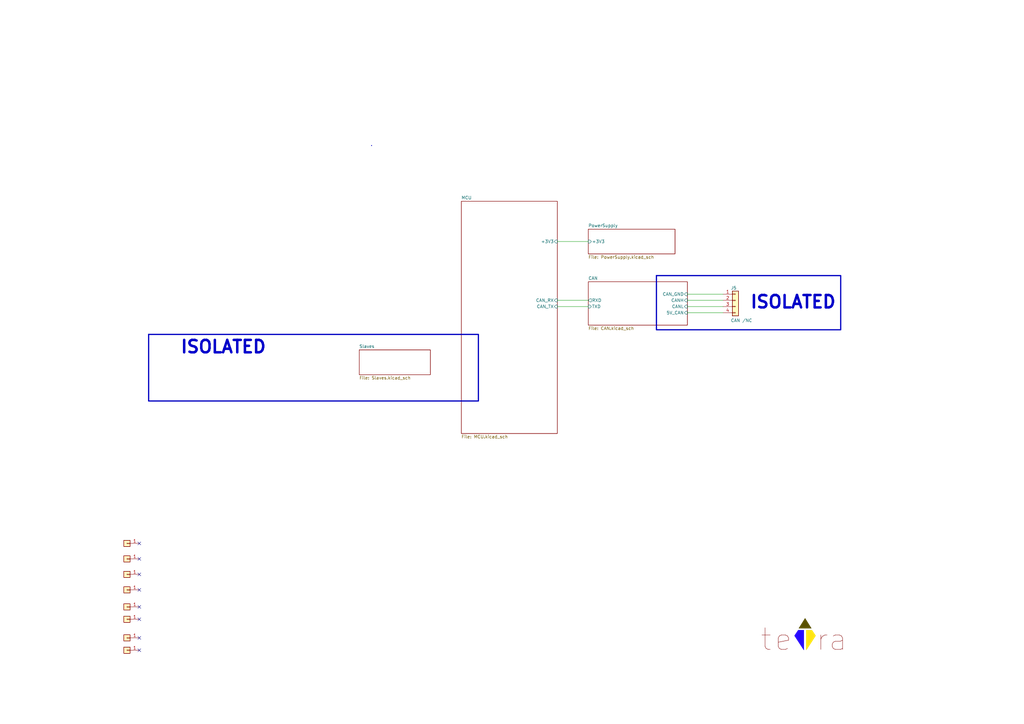
<source format=kicad_sch>
(kicad_sch
	(version 20231120)
	(generator "eeschema")
	(generator_version "8.0")
	(uuid "6a86ff6f-b159-4c4c-8a40-e732cc82e010")
	(paper "A3")
	(title_block
		(title "BMS-Master")
		(date "2024-07-23")
		(rev "V2")
		(company "teTra")
	)
	(lib_symbols
		(symbol "Library:Conn_01x01"
			(pin_names
				(offset 1.016) hide)
			(exclude_from_sim no)
			(in_bom yes)
			(on_board yes)
			(property "Reference" "J"
				(at 0 2.54 0)
				(effects
					(font
						(size 1.27 1.27)
					)
				)
			)
			(property "Value" "Conn_01x01"
				(at 0 -2.54 0)
				(effects
					(font
						(size 1.27 1.27)
					)
				)
			)
			(property "Footprint" ""
				(at 0 0 0)
				(effects
					(font
						(size 1.27 1.27)
					)
					(hide yes)
				)
			)
			(property "Datasheet" "~"
				(at 0 0 0)
				(effects
					(font
						(size 1.27 1.27)
					)
					(hide yes)
				)
			)
			(property "Description" "Generic connector, single row, 01x01, script generated (kicad-library-utils/schlib/autogen/connector/)"
				(at 0 0 0)
				(effects
					(font
						(size 1.27 1.27)
					)
					(hide yes)
				)
			)
			(property "ki_keywords" "connector"
				(at 0 0 0)
				(effects
					(font
						(size 1.27 1.27)
					)
					(hide yes)
				)
			)
			(property "ki_fp_filters" "Connector*:*_1x??_*"
				(at 0 0 0)
				(effects
					(font
						(size 1.27 1.27)
					)
					(hide yes)
				)
			)
			(symbol "Conn_01x01_1_1"
				(rectangle
					(start -1.27 0.127)
					(end 0 -0.127)
					(stroke
						(width 0.1524)
						(type default)
					)
					(fill
						(type none)
					)
				)
				(rectangle
					(start -1.27 1.27)
					(end 1.27 -1.27)
					(stroke
						(width 0.254)
						(type default)
					)
					(fill
						(type background)
					)
				)
				(pin passive line
					(at -5.08 0 0)
					(length 3.81)
					(name "Pin_1"
						(effects
							(font
								(size 1.27 1.27)
							)
						)
					)
					(number "1"
						(effects
							(font
								(size 1.27 1.27)
							)
						)
					)
				)
			)
		)
		(symbol "Library:Conn_01x04"
			(pin_names
				(offset 1.016) hide)
			(exclude_from_sim no)
			(in_bom yes)
			(on_board yes)
			(property "Reference" "J"
				(at 0 5.08 0)
				(effects
					(font
						(size 1.27 1.27)
					)
				)
			)
			(property "Value" "Conn_01x04"
				(at 0 -7.62 0)
				(effects
					(font
						(size 1.27 1.27)
					)
				)
			)
			(property "Footprint" "Connector_PinHeader_2.54mm:PinHeader_1x04_P2.54mm_Vertical"
				(at 0 0 0)
				(effects
					(font
						(size 1.27 1.27)
					)
					(hide yes)
				)
			)
			(property "Datasheet" "~"
				(at 0 0 0)
				(effects
					(font
						(size 1.27 1.27)
					)
					(hide yes)
				)
			)
			(property "Description" "Generic connector, single row, 01x04, script generated (kicad-library-utils/schlib/autogen/connector/)"
				(at 0 0 0)
				(effects
					(font
						(size 1.27 1.27)
					)
					(hide yes)
				)
			)
			(property "ki_keywords" "connector"
				(at 0 0 0)
				(effects
					(font
						(size 1.27 1.27)
					)
					(hide yes)
				)
			)
			(property "ki_fp_filters" "Connector*:*_1x??_*"
				(at 0 0 0)
				(effects
					(font
						(size 1.27 1.27)
					)
					(hide yes)
				)
			)
			(symbol "Conn_01x04_1_1"
				(rectangle
					(start -1.27 -4.953)
					(end 0 -5.207)
					(stroke
						(width 0.1524)
						(type default)
					)
					(fill
						(type none)
					)
				)
				(rectangle
					(start -1.27 -2.413)
					(end 0 -2.667)
					(stroke
						(width 0.1524)
						(type default)
					)
					(fill
						(type none)
					)
				)
				(rectangle
					(start -1.27 0.127)
					(end 0 -0.127)
					(stroke
						(width 0.1524)
						(type default)
					)
					(fill
						(type none)
					)
				)
				(rectangle
					(start -1.27 2.667)
					(end 0 2.413)
					(stroke
						(width 0.1524)
						(type default)
					)
					(fill
						(type none)
					)
				)
				(rectangle
					(start -1.27 3.81)
					(end 1.27 -6.35)
					(stroke
						(width 0.254)
						(type default)
					)
					(fill
						(type background)
					)
				)
				(pin passive line
					(at -5.08 2.54 0)
					(length 3.81)
					(name "Pin_1"
						(effects
							(font
								(size 1.27 1.27)
							)
						)
					)
					(number "1"
						(effects
							(font
								(size 1.27 1.27)
							)
						)
					)
				)
				(pin passive line
					(at -5.08 0 0)
					(length 3.81)
					(name "Pin_2"
						(effects
							(font
								(size 1.27 1.27)
							)
						)
					)
					(number "2"
						(effects
							(font
								(size 1.27 1.27)
							)
						)
					)
				)
				(pin passive line
					(at -5.08 -2.54 0)
					(length 3.81)
					(name "Pin_3"
						(effects
							(font
								(size 1.27 1.27)
							)
						)
					)
					(number "3"
						(effects
							(font
								(size 1.27 1.27)
							)
						)
					)
				)
				(pin passive line
					(at -5.08 -5.08 0)
					(length 3.81)
					(name "Pin_4"
						(effects
							(font
								(size 1.27 1.27)
							)
						)
					)
					(number "4"
						(effects
							(font
								(size 1.27 1.27)
							)
						)
					)
				)
			)
		)
		(symbol "Library:Logo_Tetra"
			(exclude_from_sim no)
			(in_bom yes)
			(on_board yes)
			(property "Reference" "U"
				(at -0.762 0 0)
				(effects
					(font
						(size 1.27 1.27)
					)
				)
			)
			(property "Value" ""
				(at -0.762 0 0)
				(effects
					(font
						(size 1.27 1.27)
					)
				)
			)
			(property "Footprint" ""
				(at -0.762 0 0)
				(effects
					(font
						(size 1.27 1.27)
					)
					(hide yes)
				)
			)
			(property "Datasheet" ""
				(at -0.762 0 0)
				(effects
					(font
						(size 1.27 1.27)
					)
					(hide yes)
				)
			)
			(property "Description" ""
				(at -0.762 0 0)
				(effects
					(font
						(size 1.27 1.27)
					)
					(hide yes)
				)
			)
			(symbol "Logo_Tetra_1_1"
				(polyline
					(pts
						(xy 0 7.366) (xy -2.54 3.302) (xy 2.54 3.302) (xy 0 7.366)
					)
					(stroke
						(width 0)
						(type default)
						(color 88 80 0 1)
					)
					(fill
						(type color)
						(color 88 80 0 1)
					)
				)
				(polyline
					(pts
						(xy -0.508 2.54) (xy -2.794 2.54) (xy -4.318 0.254) (xy -0.508 -5.588) (xy -0.508 2.54)
					)
					(stroke
						(width 0)
						(type default)
						(color 38 9 255 1)
					)
					(fill
						(type color)
						(color 38 9 255 1)
					)
				)
				(polyline
					(pts
						(xy 0.508 2.54) (xy 2.794 2.54) (xy 4.318 0.254) (xy 0.508 -5.588) (xy 0.508 2.54)
					)
					(stroke
						(width 0)
						(type default)
						(color 255 228 16 1)
					)
					(fill
						(type color)
						(color 255 228 16 1)
					)
				)
				(text "a"
					(at 13.462 -1.27 0)
					(effects
						(font
							(face "KiCad Font")
							(size 8.89 8.89)
						)
					)
				)
				(text "e"
					(at -8.89 -1.27 0)
					(effects
						(font
							(face "KiCad Font")
							(size 8.89 8.89)
						)
					)
				)
				(text "r"
					(at 7.112 -1.27 0)
					(effects
						(font
							(size 8.89 8.89)
						)
					)
				)
				(text "t"
					(at -16.002 -1.27 0)
					(effects
						(font
							(size 8.89 8.89)
						)
					)
				)
			)
		)
	)
	(no_connect
		(at 57.15 229.235)
		(uuid "063586cc-a580-48fd-89cd-ea9799bd846b")
	)
	(no_connect
		(at 57.15 235.585)
		(uuid "1032ec73-d384-495a-9208-3a628c10ef07")
	)
	(no_connect
		(at 57.15 222.885)
		(uuid "22f3973b-66c5-4045-8727-c2cdf1ca18f9")
	)
	(no_connect
		(at 57.15 254)
		(uuid "8f4b132a-1a3c-4c5a-8801-99939e657a93")
	)
	(no_connect
		(at 57.15 266.7)
		(uuid "d966349f-a735-448c-97fc-94609af24058")
	)
	(no_connect
		(at 57.15 261.62)
		(uuid "e1499c48-2cbf-43a5-827b-6964597f0e0b")
	)
	(no_connect
		(at 57.15 248.92)
		(uuid "f2f2a497-1a9a-4da3-a5d6-aa14070eda2a")
	)
	(no_connect
		(at 57.15 241.935)
		(uuid "f48ff6f6-9760-4e31-a4e0-4b910cd0768e")
	)
	(wire
		(pts
			(xy 228.6 125.73) (xy 241.3 125.73)
		)
		(stroke
			(width 0)
			(type default)
		)
		(uuid "46e88a53-ed75-4660-bc1c-c2b95c9941ac")
	)
	(wire
		(pts
			(xy 228.6 99.06) (xy 241.3 99.06)
		)
		(stroke
			(width 0)
			(type default)
		)
		(uuid "564eaa5a-c668-48e7-8ea3-684b59fc4b93")
	)
	(wire
		(pts
			(xy 296.545 125.73) (xy 281.94 125.73)
		)
		(stroke
			(width 0)
			(type default)
		)
		(uuid "838f6985-0327-41c6-8dbe-9a7f9dc3e182")
	)
	(wire
		(pts
			(xy 281.94 123.19) (xy 296.545 123.19)
		)
		(stroke
			(width 0)
			(type default)
		)
		(uuid "a818bd30-8138-4cda-908e-843677812338")
	)
	(wire
		(pts
			(xy 228.6 123.19) (xy 241.3 123.19)
		)
		(stroke
			(width 0)
			(type default)
		)
		(uuid "bc7dd930-2602-4e2e-93c3-9599f2f9060b")
	)
	(wire
		(pts
			(xy 296.545 120.65) (xy 281.94 120.65)
		)
		(stroke
			(width 0)
			(type default)
		)
		(uuid "e37e31ce-5374-4011-af1c-816030314276")
	)
	(wire
		(pts
			(xy 281.94 128.27) (xy 296.545 128.27)
		)
		(stroke
			(width 0)
			(type default)
		)
		(uuid "fb0d7c1a-9a7c-4189-9d0b-0aabda2cc7d2")
	)
	(rectangle
		(start 152.4 59.69)
		(end 152.4 59.69)
		(stroke
			(width 0)
			(type default)
		)
		(fill
			(type none)
		)
		(uuid 16ed3026-92db-43e4-94ce-cb9942d539a9)
	)
	(rectangle
		(start 152.4 59.69)
		(end 152.4 59.69)
		(stroke
			(width 0)
			(type default)
		)
		(fill
			(type none)
		)
		(uuid 223aa8e8-e165-46dc-8004-d0f7a65ecba6)
	)
	(rectangle
		(start 152.4 59.69)
		(end 152.4 59.69)
		(stroke
			(width 0)
			(type default)
		)
		(fill
			(type none)
		)
		(uuid 2fcede93-9de7-495d-a723-2d73c73c7b6f)
	)
	(rectangle
		(start 152.4 59.69)
		(end 152.4 59.69)
		(stroke
			(width 0)
			(type default)
		)
		(fill
			(type none)
		)
		(uuid 5fbfa526-c30f-47f6-8144-7f30cec9d859)
	)
	(rectangle
		(start 152.4 59.69)
		(end 152.4 59.69)
		(stroke
			(width 0)
			(type default)
		)
		(fill
			(type none)
		)
		(uuid 6417f53f-a88b-4d4d-99b7-072470c6c0a0)
	)
	(rectangle
		(start 152.4 59.69)
		(end 152.4 59.69)
		(stroke
			(width 0)
			(type default)
		)
		(fill
			(type none)
		)
		(uuid 761ccd63-a067-48de-bb96-f182215cb15d)
	)
	(rectangle
		(start 152.4 59.69)
		(end 152.4 59.69)
		(stroke
			(width 0)
			(type default)
		)
		(fill
			(type none)
		)
		(uuid 7833effb-1ef3-4514-9423-6ce15b0e7601)
	)
	(rectangle
		(start 152.4 59.69)
		(end 152.4 59.69)
		(stroke
			(width 0)
			(type default)
		)
		(fill
			(type none)
		)
		(uuid 84c90483-45a3-4739-b73e-9c011eb5a6b3)
	)
	(rectangle
		(start 152.4 59.69)
		(end 152.4 59.69)
		(stroke
			(width 0)
			(type default)
		)
		(fill
			(type none)
		)
		(uuid a44f9e23-e56b-46ab-98e0-a509f1df9112)
	)
	(rectangle
		(start 152.4 59.69)
		(end 152.4 59.69)
		(stroke
			(width 0)
			(type default)
		)
		(fill
			(type none)
		)
		(uuid a6c3c0d5-36dd-4850-b1a5-9e9d33dbee96)
	)
	(rectangle
		(start 152.4 59.69)
		(end 152.4 59.69)
		(stroke
			(width 0)
			(type default)
		)
		(fill
			(type none)
		)
		(uuid cc05d2e2-b228-431e-bdc0-e0860c04d0cb)
	)
	(rectangle
		(start 269.24 113.03)
		(end 344.805 135.255)
		(stroke
			(width 0.5)
			(type default)
		)
		(fill
			(type none)
		)
		(uuid d1641d51-57d4-43f0-bc53-8f624be3d3a1)
	)
	(rectangle
		(start 152.4 59.69)
		(end 152.4 59.69)
		(stroke
			(width 0)
			(type default)
		)
		(fill
			(type none)
		)
		(uuid d8735071-f685-4511-9a51-ec1dbf78025d)
	)
	(rectangle
		(start 152.4 59.69)
		(end 152.4 59.69)
		(stroke
			(width 0)
			(type default)
		)
		(fill
			(type none)
		)
		(uuid ea6bb95e-e93f-4e24-b732-f58cac2dd5b5)
	)
	(rectangle
		(start 152.4 59.69)
		(end 152.4 59.69)
		(stroke
			(width 0)
			(type default)
		)
		(fill
			(type none)
		)
		(uuid ec13c14f-f372-47c6-8a1b-793204123c6b)
	)
	(rectangle
		(start 60.96 137.16)
		(end 196.215 164.465)
		(stroke
			(width 0.5)
			(type default)
		)
		(fill
			(type none)
		)
		(uuid ecd79333-2b26-4913-bd9c-63cb6b9965e8)
	)
	(rectangle
		(start 152.4 59.69)
		(end 152.4 59.69)
		(stroke
			(width 0)
			(type default)
		)
		(fill
			(type none)
		)
		(uuid ef661221-3ee0-456b-8605-67b88b2feaa8)
	)
	(rectangle
		(start 152.4 59.69)
		(end 152.4 59.69)
		(stroke
			(width 0)
			(type default)
		)
		(fill
			(type none)
		)
		(uuid fd9b1398-e4ca-40d7-b486-76ff1cab045d)
	)
	(text "ISOLATED"
		(exclude_from_sim no)
		(at 73.66 145.415 0)
		(effects
			(font
				(size 5.08 5.08)
				(thickness 1.016)
				(bold yes)
			)
			(justify left bottom)
		)
		(uuid "2f72da79-bdf8-4579-9ed1-a83544662245")
	)
	(text "ISOLATED"
		(exclude_from_sim no)
		(at 307.34 127 0)
		(effects
			(font
				(size 5.08 5.08)
				(thickness 1.016)
				(bold yes)
			)
			(justify left bottom)
		)
		(uuid "ad00bf51-f311-4529-b191-851f619e2a99")
	)
	(symbol
		(lib_id "Library:Conn_01x01")
		(at 52.07 222.885 180)
		(unit 1)
		(exclude_from_sim yes)
		(in_bom no)
		(on_board yes)
		(dnp no)
		(uuid "14c9baf5-26bb-450a-95bd-8c9a4b49d6a4")
		(property "Reference" "J1"
			(at 54.1528 219.5068 0)
			(effects
				(font
					(size 1.27 1.27)
				)
				(hide yes)
			)
		)
		(property "Value" "Hole /NC"
			(at 54.1528 219.4814 0)
			(effects
				(font
					(size 1.27 1.27)
				)
				(hide yes)
			)
		)
		(property "Footprint" "MountingHole:MountingHole_3.2mm_M3_ISO7380_Pad"
			(at 52.07 222.885 0)
			(effects
				(font
					(size 1.27 1.27)
				)
				(hide yes)
			)
		)
		(property "Datasheet" "~"
			(at 52.07 222.885 0)
			(effects
				(font
					(size 1.27 1.27)
				)
				(hide yes)
			)
		)
		(property "Description" ""
			(at 52.07 222.885 0)
			(effects
				(font
					(size 1.27 1.27)
				)
				(hide yes)
			)
		)
		(property "MPN" "N/A"
			(at 52.07 222.885 0)
			(effects
				(font
					(size 1.27 1.27)
				)
				(hide yes)
			)
		)
		(pin "1"
			(uuid "ead4ebea-108e-4516-8b66-8e8b7f754ea0")
		)
		(instances
			(project "LTC6811_ESP32_V1p21"
				(path "/6a86ff6f-b159-4c4c-8a40-e732cc82e010"
					(reference "J1")
					(unit 1)
				)
			)
			(project "LTC6811"
				(path "/c4061cfa-a05d-44c7-ba89-bb211c8b143a"
					(reference "J?")
					(unit 1)
				)
			)
		)
	)
	(symbol
		(lib_id "Library:Conn_01x01")
		(at 52.07 266.7 180)
		(unit 1)
		(exclude_from_sim yes)
		(in_bom no)
		(on_board yes)
		(dnp no)
		(uuid "44cb2aad-d60a-43af-b75f-67de6612ac71")
		(property "Reference" "J8"
			(at 54.1528 263.3218 0)
			(effects
				(font
					(size 1.27 1.27)
				)
				(hide yes)
			)
		)
		(property "Value" "Hole /NC"
			(at 54.1528 263.2964 0)
			(effects
				(font
					(size 1.27 1.27)
				)
				(hide yes)
			)
		)
		(property "Footprint" "MountingHole:MountingHole_3.2mm_M3_ISO7380_Pad"
			(at 52.07 266.7 0)
			(effects
				(font
					(size 1.27 1.27)
				)
				(hide yes)
			)
		)
		(property "Datasheet" "~"
			(at 52.07 266.7 0)
			(effects
				(font
					(size 1.27 1.27)
				)
				(hide yes)
			)
		)
		(property "Description" ""
			(at 52.07 266.7 0)
			(effects
				(font
					(size 1.27 1.27)
				)
				(hide yes)
			)
		)
		(property "MPN" "N/A"
			(at 52.07 266.7 0)
			(effects
				(font
					(size 1.27 1.27)
				)
				(hide yes)
			)
		)
		(pin "1"
			(uuid "bbf5517c-1c21-435a-90d1-bc864c0276a2")
		)
		(instances
			(project "LTC6811_ESP32_V3"
				(path "/6a86ff6f-b159-4c4c-8a40-e732cc82e010"
					(reference "J8")
					(unit 1)
				)
			)
		)
	)
	(symbol
		(lib_id "Library:Conn_01x01")
		(at 52.07 229.235 180)
		(unit 1)
		(exclude_from_sim yes)
		(in_bom no)
		(on_board yes)
		(dnp no)
		(uuid "8a2e89e0-4d88-47d1-9c9d-dd4806326183")
		(property "Reference" "J2"
			(at 54.1528 225.8568 0)
			(effects
				(font
					(size 1.27 1.27)
				)
				(hide yes)
			)
		)
		(property "Value" "Hole /NC"
			(at 54.1528 225.8314 0)
			(effects
				(font
					(size 1.27 1.27)
				)
				(hide yes)
			)
		)
		(property "Footprint" "MountingHole:MountingHole_3.2mm_M3_ISO7380_Pad"
			(at 52.07 229.235 0)
			(effects
				(font
					(size 1.27 1.27)
				)
				(hide yes)
			)
		)
		(property "Datasheet" "~"
			(at 52.07 229.235 0)
			(effects
				(font
					(size 1.27 1.27)
				)
				(hide yes)
			)
		)
		(property "Description" ""
			(at 52.07 229.235 0)
			(effects
				(font
					(size 1.27 1.27)
				)
				(hide yes)
			)
		)
		(property "MPN" "N/A"
			(at 52.07 229.235 0)
			(effects
				(font
					(size 1.27 1.27)
				)
				(hide yes)
			)
		)
		(pin "1"
			(uuid "1d4c8cfb-70c1-4098-8eeb-3ed5d39d6e8b")
		)
		(instances
			(project "LTC6811_ESP32_V1p21"
				(path "/6a86ff6f-b159-4c4c-8a40-e732cc82e010"
					(reference "J2")
					(unit 1)
				)
			)
			(project "LTC6811"
				(path "/c4061cfa-a05d-44c7-ba89-bb211c8b143a"
					(reference "J?")
					(unit 1)
				)
			)
		)
	)
	(symbol
		(lib_id "Library:Conn_01x01")
		(at 52.07 235.585 180)
		(unit 1)
		(exclude_from_sim yes)
		(in_bom no)
		(on_board yes)
		(dnp no)
		(uuid "8bb2778d-bd02-4535-aa6e-74bedd04d6ad")
		(property "Reference" "J3"
			(at 54.1528 232.2068 0)
			(effects
				(font
					(size 1.27 1.27)
				)
				(hide yes)
			)
		)
		(property "Value" "Hole /NC"
			(at 54.1528 232.1814 0)
			(effects
				(font
					(size 1.27 1.27)
				)
				(hide yes)
			)
		)
		(property "Footprint" "MountingHole:MountingHole_3.2mm_M3_ISO7380_Pad"
			(at 52.07 235.585 0)
			(effects
				(font
					(size 1.27 1.27)
				)
				(hide yes)
			)
		)
		(property "Datasheet" "~"
			(at 52.07 235.585 0)
			(effects
				(font
					(size 1.27 1.27)
				)
				(hide yes)
			)
		)
		(property "Description" ""
			(at 52.07 235.585 0)
			(effects
				(font
					(size 1.27 1.27)
				)
				(hide yes)
			)
		)
		(property "MPN" "N/A"
			(at 52.07 235.585 0)
			(effects
				(font
					(size 1.27 1.27)
				)
				(hide yes)
			)
		)
		(pin "1"
			(uuid "101ee9da-b5f8-4c0b-b96c-ee1ee27031c9")
		)
		(instances
			(project "LTC6811_ESP32_V1p21"
				(path "/6a86ff6f-b159-4c4c-8a40-e732cc82e010"
					(reference "J3")
					(unit 1)
				)
			)
			(project "LTC6811"
				(path "/c4061cfa-a05d-44c7-ba89-bb211c8b143a"
					(reference "J?")
					(unit 1)
				)
			)
		)
	)
	(symbol
		(lib_id "Library:Conn_01x01")
		(at 52.07 241.935 180)
		(unit 1)
		(exclude_from_sim yes)
		(in_bom no)
		(on_board yes)
		(dnp no)
		(uuid "92debd96-33ac-4027-b04a-6747f6db4290")
		(property "Reference" "J4"
			(at 54.1528 238.5568 0)
			(effects
				(font
					(size 1.27 1.27)
				)
				(hide yes)
			)
		)
		(property "Value" "Hole /NC"
			(at 54.1528 238.5314 0)
			(effects
				(font
					(size 1.27 1.27)
				)
				(hide yes)
			)
		)
		(property "Footprint" "MountingHole:MountingHole_3.2mm_M3_ISO7380_Pad"
			(at 52.07 241.935 0)
			(effects
				(font
					(size 1.27 1.27)
				)
				(hide yes)
			)
		)
		(property "Datasheet" "~"
			(at 52.07 241.935 0)
			(effects
				(font
					(size 1.27 1.27)
				)
				(hide yes)
			)
		)
		(property "Description" ""
			(at 52.07 241.935 0)
			(effects
				(font
					(size 1.27 1.27)
				)
				(hide yes)
			)
		)
		(property "MPN" "N/A"
			(at 52.07 241.935 0)
			(effects
				(font
					(size 1.27 1.27)
				)
				(hide yes)
			)
		)
		(pin "1"
			(uuid "f8294e80-7530-4474-a588-b397de900e85")
		)
		(instances
			(project "LTC6811_ESP32_V1p21"
				(path "/6a86ff6f-b159-4c4c-8a40-e732cc82e010"
					(reference "J4")
					(unit 1)
				)
			)
			(project "LTC6811"
				(path "/c4061cfa-a05d-44c7-ba89-bb211c8b143a"
					(reference "J?")
					(unit 1)
				)
			)
		)
	)
	(symbol
		(lib_id "Library:Conn_01x01")
		(at 52.07 261.62 180)
		(unit 1)
		(exclude_from_sim yes)
		(in_bom no)
		(on_board yes)
		(dnp no)
		(uuid "a378b476-f0bf-47f9-b669-3c03e66dcadb")
		(property "Reference" "J18"
			(at 54.1528 258.2418 0)
			(effects
				(font
					(size 1.27 1.27)
				)
				(hide yes)
			)
		)
		(property "Value" "Hole /NC"
			(at 54.1528 258.2164 0)
			(effects
				(font
					(size 1.27 1.27)
				)
				(hide yes)
			)
		)
		(property "Footprint" "MountingHole:MountingHole_3.2mm_M3_ISO7380_Pad"
			(at 52.07 261.62 0)
			(effects
				(font
					(size 1.27 1.27)
				)
				(hide yes)
			)
		)
		(property "Datasheet" "~"
			(at 52.07 261.62 0)
			(effects
				(font
					(size 1.27 1.27)
				)
				(hide yes)
			)
		)
		(property "Description" ""
			(at 52.07 261.62 0)
			(effects
				(font
					(size 1.27 1.27)
				)
				(hide yes)
			)
		)
		(property "MPN" "N/A"
			(at 52.07 261.62 0)
			(effects
				(font
					(size 1.27 1.27)
				)
				(hide yes)
			)
		)
		(pin "1"
			(uuid "f50258a4-a547-4168-9dbc-05eaab7c9b96")
		)
		(instances
			(project "LTC6811_ESP32_V2"
				(path "/6a86ff6f-b159-4c4c-8a40-e732cc82e010"
					(reference "J18")
					(unit 1)
				)
			)
		)
	)
	(symbol
		(lib_id "Library:Conn_01x01")
		(at 52.07 248.92 180)
		(unit 1)
		(exclude_from_sim yes)
		(in_bom no)
		(on_board yes)
		(dnp no)
		(uuid "c382732d-7928-48e5-9a21-32523eed2fdc")
		(property "Reference" "J19"
			(at 54.1528 245.5418 0)
			(effects
				(font
					(size 1.27 1.27)
				)
				(hide yes)
			)
		)
		(property "Value" "Hole /NC"
			(at 54.1528 245.5164 0)
			(effects
				(font
					(size 1.27 1.27)
				)
				(hide yes)
			)
		)
		(property "Footprint" "MountingHole:MountingHole_3.2mm_M3_ISO7380_Pad"
			(at 52.07 248.92 0)
			(effects
				(font
					(size 1.27 1.27)
				)
				(hide yes)
			)
		)
		(property "Datasheet" "~"
			(at 52.07 248.92 0)
			(effects
				(font
					(size 1.27 1.27)
				)
				(hide yes)
			)
		)
		(property "Description" ""
			(at 52.07 248.92 0)
			(effects
				(font
					(size 1.27 1.27)
				)
				(hide yes)
			)
		)
		(property "MPN" "N/A"
			(at 52.07 248.92 0)
			(effects
				(font
					(size 1.27 1.27)
				)
				(hide yes)
			)
		)
		(pin "1"
			(uuid "e12e76bf-fa0e-4fac-9155-aefc2325fb49")
		)
		(instances
			(project "LTC6811_ESP32_V2"
				(path "/6a86ff6f-b159-4c4c-8a40-e732cc82e010"
					(reference "J19")
					(unit 1)
				)
			)
		)
	)
	(symbol
		(lib_id "Library:Conn_01x04")
		(at 301.625 123.19 0)
		(unit 1)
		(exclude_from_sim no)
		(in_bom yes)
		(on_board yes)
		(dnp no)
		(uuid "dfa3421d-f1bc-4f8a-9f76-d385d7166dae")
		(property "Reference" "J5"
			(at 299.72 118.11 0)
			(effects
				(font
					(size 1.27 1.27)
				)
				(justify left)
			)
		)
		(property "Value" "CAN /NC"
			(at 299.72 131.445 0)
			(effects
				(font
					(size 1.27 1.27)
				)
				(justify left)
			)
		)
		(property "Footprint" "Connector_PinHeader_2.54mm:PinHeader_1x04_P2.54mm_Vertical"
			(at 301.625 123.19 0)
			(effects
				(font
					(size 1.27 1.27)
				)
				(hide yes)
			)
		)
		(property "Datasheet" "https://cdn.amphenol-cs.com/media/wysiwyg/files/drawing/g800wxxxxxxeu_1.pdf"
			(at 301.625 123.19 0)
			(effects
				(font
					(size 1.27 1.27)
				)
				(hide yes)
			)
		)
		(property "Description" "Connector Header Through Hole 4 position 0.100\" (2.54mm)"
			(at 301.625 123.19 0)
			(effects
				(font
					(size 1.27 1.27)
				)
				(hide yes)
			)
		)
		(property "Link" "https://www.digikey.jp/en/products/detail/amphenol-cs-commercial-products/G800W304018EU/13682993"
			(at 301.625 123.19 0)
			(effects
				(font
					(size 1.27 1.27)
				)
				(hide yes)
			)
		)
		(property "MPN" "G800W304018EU"
			(at 301.625 123.19 0)
			(effects
				(font
					(size 1.27 1.27)
				)
				(hide yes)
			)
		)
		(pin "1"
			(uuid "f76bcf01-8ff2-4de4-82eb-e304954d7389")
		)
		(pin "2"
			(uuid "f771fc59-f187-4166-b847-69c9d3e15f99")
		)
		(pin "3"
			(uuid "4428bf24-1201-47c2-ab28-ddef0301aaf6")
		)
		(pin "4"
			(uuid "8097647d-0e20-447c-a41a-8b4f28721bd1")
		)
		(instances
			(project "LTC6811_ESP32_V1p21"
				(path "/6a86ff6f-b159-4c4c-8a40-e732cc82e010"
					(reference "J5")
					(unit 1)
				)
			)
			(project "L9963E+ESP32"
				(path "/e9bba7f0-c10d-45df-9f8e-74901087917a"
					(reference "J?")
					(unit 1)
				)
			)
		)
	)
	(symbol
		(lib_id "Library:Logo_Tetra")
		(at 330.2 260.985 0)
		(unit 1)
		(exclude_from_sim no)
		(in_bom no)
		(on_board yes)
		(dnp no)
		(fields_autoplaced yes)
		(uuid "fa65b393-8ebe-4854-9176-2af361d7981a")
		(property "Reference" "LOGO1"
			(at 337.947 252.222 0)
			(effects
				(font
					(size 1.27 1.27)
				)
				(hide yes)
			)
		)
		(property "Value" "teTra /NC"
			(at 330.454 253.111 0)
			(effects
				(font
					(size 1.27 1.27)
				)
				(hide yes)
			)
		)
		(property "Footprint" "Symbol:teTra-LOGO"
			(at 329.438 260.985 0)
			(effects
				(font
					(size 1.27 1.27)
				)
				(hide yes)
			)
		)
		(property "Datasheet" ""
			(at 329.438 260.985 0)
			(effects
				(font
					(size 1.27 1.27)
				)
				(hide yes)
			)
		)
		(property "Description" ""
			(at 329.438 260.985 0)
			(effects
				(font
					(size 1.27 1.27)
				)
				(hide yes)
			)
		)
		(instances
			(project "LTC6811_ESP32_V1p21"
				(path "/6a86ff6f-b159-4c4c-8a40-e732cc82e010"
					(reference "LOGO1")
					(unit 1)
				)
			)
		)
	)
	(symbol
		(lib_id "Library:Conn_01x01")
		(at 52.07 254 180)
		(unit 1)
		(exclude_from_sim yes)
		(in_bom no)
		(on_board yes)
		(dnp no)
		(uuid "ff8fb70a-77fe-4637-b621-4e73ed43bb01")
		(property "Reference" "J7"
			(at 54.1528 250.6218 0)
			(effects
				(font
					(size 1.27 1.27)
				)
				(hide yes)
			)
		)
		(property "Value" "Hole /NC"
			(at 54.1528 250.5964 0)
			(effects
				(font
					(size 1.27 1.27)
				)
				(hide yes)
			)
		)
		(property "Footprint" "MountingHole:MountingHole_3.2mm_M3_ISO7380_Pad"
			(at 52.07 254 0)
			(effects
				(font
					(size 1.27 1.27)
				)
				(hide yes)
			)
		)
		(property "Datasheet" "~"
			(at 52.07 254 0)
			(effects
				(font
					(size 1.27 1.27)
				)
				(hide yes)
			)
		)
		(property "Description" ""
			(at 52.07 254 0)
			(effects
				(font
					(size 1.27 1.27)
				)
				(hide yes)
			)
		)
		(property "MPN" "N/A"
			(at 52.07 254 0)
			(effects
				(font
					(size 1.27 1.27)
				)
				(hide yes)
			)
		)
		(pin "1"
			(uuid "566cfdd2-2e7f-4dd2-bae1-c4a85840e8dc")
		)
		(instances
			(project "LTC6811_ESP32_V2"
				(path "/6a86ff6f-b159-4c4c-8a40-e732cc82e010"
					(reference "J7")
					(unit 1)
				)
			)
		)
	)
	(sheet
		(at 241.3 115.57)
		(size 40.64 17.78)
		(fields_autoplaced yes)
		(stroke
			(width 0)
			(type solid)
		)
		(fill
			(color 0 0 0 0.0000)
		)
		(uuid "00000000-0000-0000-0000-00005a91e16c")
		(property "Sheetname" "CAN"
			(at 241.3 114.8584 0)
			(effects
				(font
					(size 1.27 1.27)
				)
				(justify left bottom)
			)
		)
		(property "Sheetfile" "CAN.kicad_sch"
			(at 241.3 133.9346 0)
			(effects
				(font
					(size 1.27 1.27)
				)
				(justify left top)
			)
		)
		(pin "CANH" input
			(at 281.94 123.19 0)
			(effects
				(font
					(size 1.27 1.27)
				)
				(justify right)
			)
			(uuid "603cb568-ebc1-4fb6-ad4d-523b4f90a4ad")
		)
		(pin "CANL" input
			(at 281.94 125.73 0)
			(effects
				(font
					(size 1.27 1.27)
				)
				(justify right)
			)
			(uuid "dbc4cbb2-74f1-400f-839d-53dbbfc07e98")
		)
		(pin "5V_CAN" input
			(at 281.94 128.27 0)
			(effects
				(font
					(size 1.27 1.27)
				)
				(justify right)
			)
			(uuid "49bb8ecc-7616-40e5-ad46-d7cc552fff35")
		)
		(pin "CAN_GND" input
			(at 281.94 120.65 0)
			(effects
				(font
					(size 1.27 1.27)
				)
				(justify right)
			)
			(uuid "4b944d34-353b-447d-9456-5cc627305f7b")
		)
		(pin "RXD" output
			(at 241.3 123.19 180)
			(effects
				(font
					(size 1.27 1.27)
				)
				(justify left)
			)
			(uuid "e7c02fdc-da22-4866-ac26-2eac3a7cf0ac")
		)
		(pin "TXD" input
			(at 241.3 125.73 180)
			(effects
				(font
					(size 1.27 1.27)
				)
				(justify left)
			)
			(uuid "43930b09-b929-4bb1-977f-413e25e60f62")
		)
		(instances
			(project "LTC6811_ESP32_V3"
				(path "/6a86ff6f-b159-4c4c-8a40-e732cc82e010"
					(page "5")
				)
			)
		)
	)
	(sheet
		(at 189.23 82.55)
		(size 39.37 95.25)
		(fields_autoplaced yes)
		(stroke
			(width 0)
			(type solid)
		)
		(fill
			(color 0 0 0 0.0000)
		)
		(uuid "00000000-0000-0000-0000-00005ab72d4d")
		(property "Sheetname" "MCU"
			(at 189.23 81.8384 0)
			(effects
				(font
					(size 1.27 1.27)
				)
				(justify left bottom)
			)
		)
		(property "Sheetfile" "MCU.kicad_sch"
			(at 189.23 178.3846 0)
			(effects
				(font
					(size 1.27 1.27)
				)
				(justify left top)
			)
		)
		(pin "CAN_RX" input
			(at 228.6 123.19 0)
			(effects
				(font
					(size 1.27 1.27)
				)
				(justify right)
			)
			(uuid "d1826ec9-7344-48ad-b778-b6009e5bc8bd")
		)
		(pin "CAN_TX" input
			(at 228.6 125.73 0)
			(effects
				(font
					(size 1.27 1.27)
				)
				(justify right)
			)
			(uuid "6f79f6be-c76f-425b-a542-e6d60e8fa403")
		)
		(pin "+3V3" input
			(at 228.6 99.06 0)
			(effects
				(font
					(size 1.27 1.27)
				)
				(justify right)
			)
			(uuid "82fbfbb5-ea53-4cdd-8007-f46a8d4dc305")
		)
		(instances
			(project "LTC6811_ESP32_V3"
				(path "/6a86ff6f-b159-4c4c-8a40-e732cc82e010"
					(page "4")
				)
			)
		)
	)
	(sheet
		(at 241.3 93.98)
		(size 35.56 10.16)
		(fields_autoplaced yes)
		(stroke
			(width 0)
			(type solid)
		)
		(fill
			(color 0 0 0 0.0000)
		)
		(uuid "00000000-0000-0000-0000-00005ac18063")
		(property "Sheetname" "PowerSupply"
			(at 241.3 93.2684 0)
			(effects
				(font
					(size 1.27 1.27)
				)
				(justify left bottom)
			)
		)
		(property "Sheetfile" "PowerSupply.kicad_sch"
			(at 241.3 104.7246 0)
			(effects
				(font
					(size 1.27 1.27)
				)
				(justify left top)
			)
		)
		(pin "+3V3" input
			(at 241.3 99.06 180)
			(effects
				(font
					(size 1.27 1.27)
				)
				(justify left)
			)
			(uuid "c9189066-8e08-4224-b150-4d917bf7f531")
		)
		(instances
			(project "LTC6811_ESP32_V3"
				(path "/6a86ff6f-b159-4c4c-8a40-e732cc82e010"
					(page "3")
				)
			)
		)
	)
	(sheet
		(at 147.32 143.51)
		(size 29.21 10.16)
		(fields_autoplaced yes)
		(stroke
			(width 0.1524)
			(type solid)
		)
		(fill
			(color 0 0 0 0.0000)
		)
		(uuid "6b51f869-3fd5-42f9-b3ca-66a1d105433e")
		(property "Sheetname" "Slaves"
			(at 147.32 142.7984 0)
			(effects
				(font
					(size 1.27 1.27)
				)
				(justify left bottom)
			)
		)
		(property "Sheetfile" "Slaves.kicad_sch"
			(at 147.32 154.2546 0)
			(effects
				(font
					(size 1.27 1.27)
				)
				(justify left top)
			)
		)
		(instances
			(project "LTC6811_ESP32_V3"
				(path "/6a86ff6f-b159-4c4c-8a40-e732cc82e010"
					(page "6")
				)
			)
		)
	)
	(sheet_instances
		(path "/"
			(page "1")
		)
	)
)

</source>
